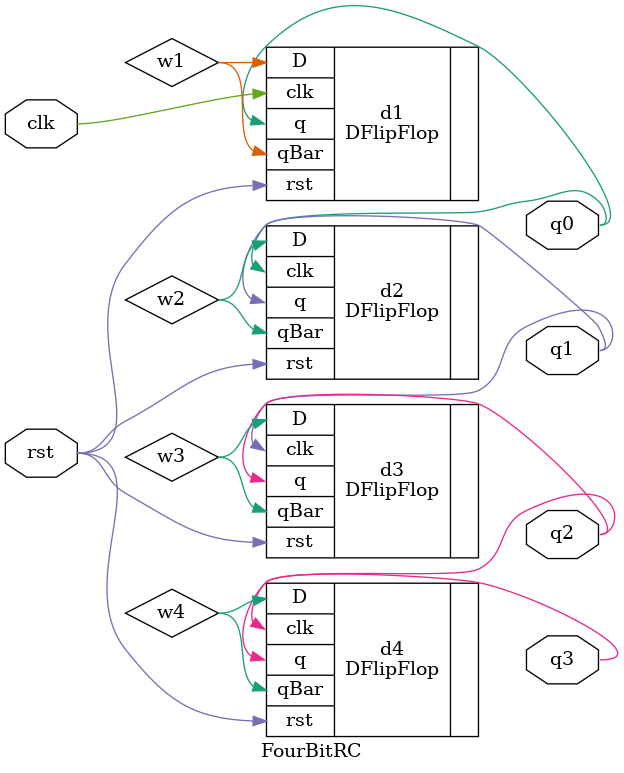
<source format=v>

module FourBitRC(q0, q1, q2, q3, clk, rst);
input clk, rst;
output wire q0, q1, q2, q3;
wire w1, w2, w3, w4;
	
	// Flip flops connected in such a way that
    // emulate a 4-bit ripple down counter
	DFlipFlop d1(.q(q0), .qBar(w1), .D(w1), .clk(clk), .rst(rst));
	DFlipFlop d2(.q(q1), .qBar(w2), .D(w2), .clk(q0), .rst(rst));
	DFlipFlop d3(.q(q2), .qBar(w3), .D(w3), .clk(q1), .rst(rst));
	DFlipFlop d4(.q(q3), .qBar(w4), .D(w4), .clk(q2), .rst(rst));

endmodule 
</source>
